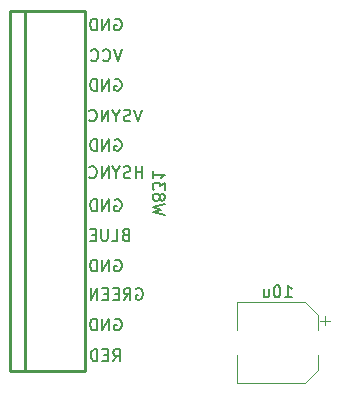
<source format=gbr>
%TF.GenerationSoftware,KiCad,Pcbnew,8.0.0*%
%TF.CreationDate,2025-10-24T15:06:22+03:00*%
%TF.ProjectId,Loewe VGA,4c6f6577-6520-4564-9741-2e6b69636164,rev?*%
%TF.SameCoordinates,Original*%
%TF.FileFunction,Legend,Bot*%
%TF.FilePolarity,Positive*%
%FSLAX46Y46*%
G04 Gerber Fmt 4.6, Leading zero omitted, Abs format (unit mm)*
G04 Created by KiCad (PCBNEW 8.0.0) date 2025-10-24 15:06:22*
%MOMM*%
%LPD*%
G01*
G04 APERTURE LIST*
%ADD10C,0.150000*%
%ADD11C,0.254000*%
%ADD12C,0.120000*%
G04 APERTURE END LIST*
D10*
X132539411Y-113417438D02*
X132634649Y-113369819D01*
X132634649Y-113369819D02*
X132777506Y-113369819D01*
X132777506Y-113369819D02*
X132920363Y-113417438D01*
X132920363Y-113417438D02*
X133015601Y-113512676D01*
X133015601Y-113512676D02*
X133063220Y-113607914D01*
X133063220Y-113607914D02*
X133110839Y-113798390D01*
X133110839Y-113798390D02*
X133110839Y-113941247D01*
X133110839Y-113941247D02*
X133063220Y-114131723D01*
X133063220Y-114131723D02*
X133015601Y-114226961D01*
X133015601Y-114226961D02*
X132920363Y-114322200D01*
X132920363Y-114322200D02*
X132777506Y-114369819D01*
X132777506Y-114369819D02*
X132682268Y-114369819D01*
X132682268Y-114369819D02*
X132539411Y-114322200D01*
X132539411Y-114322200D02*
X132491792Y-114274580D01*
X132491792Y-114274580D02*
X132491792Y-113941247D01*
X132491792Y-113941247D02*
X132682268Y-113941247D01*
X131491792Y-114369819D02*
X131825125Y-113893628D01*
X132063220Y-114369819D02*
X132063220Y-113369819D01*
X132063220Y-113369819D02*
X131682268Y-113369819D01*
X131682268Y-113369819D02*
X131587030Y-113417438D01*
X131587030Y-113417438D02*
X131539411Y-113465057D01*
X131539411Y-113465057D02*
X131491792Y-113560295D01*
X131491792Y-113560295D02*
X131491792Y-113703152D01*
X131491792Y-113703152D02*
X131539411Y-113798390D01*
X131539411Y-113798390D02*
X131587030Y-113846009D01*
X131587030Y-113846009D02*
X131682268Y-113893628D01*
X131682268Y-113893628D02*
X132063220Y-113893628D01*
X131063220Y-113846009D02*
X130729887Y-113846009D01*
X130587030Y-114369819D02*
X131063220Y-114369819D01*
X131063220Y-114369819D02*
X131063220Y-113369819D01*
X131063220Y-113369819D02*
X130587030Y-113369819D01*
X130158458Y-113846009D02*
X129825125Y-113846009D01*
X129682268Y-114369819D02*
X130158458Y-114369819D01*
X130158458Y-114369819D02*
X130158458Y-113369819D01*
X130158458Y-113369819D02*
X129682268Y-113369819D01*
X129253696Y-114369819D02*
X129253696Y-113369819D01*
X129253696Y-113369819D02*
X128682268Y-114369819D01*
X128682268Y-114369819D02*
X128682268Y-113369819D01*
X130739411Y-105917438D02*
X130834649Y-105869819D01*
X130834649Y-105869819D02*
X130977506Y-105869819D01*
X130977506Y-105869819D02*
X131120363Y-105917438D01*
X131120363Y-105917438D02*
X131215601Y-106012676D01*
X131215601Y-106012676D02*
X131263220Y-106107914D01*
X131263220Y-106107914D02*
X131310839Y-106298390D01*
X131310839Y-106298390D02*
X131310839Y-106441247D01*
X131310839Y-106441247D02*
X131263220Y-106631723D01*
X131263220Y-106631723D02*
X131215601Y-106726961D01*
X131215601Y-106726961D02*
X131120363Y-106822200D01*
X131120363Y-106822200D02*
X130977506Y-106869819D01*
X130977506Y-106869819D02*
X130882268Y-106869819D01*
X130882268Y-106869819D02*
X130739411Y-106822200D01*
X130739411Y-106822200D02*
X130691792Y-106774580D01*
X130691792Y-106774580D02*
X130691792Y-106441247D01*
X130691792Y-106441247D02*
X130882268Y-106441247D01*
X130263220Y-106869819D02*
X130263220Y-105869819D01*
X130263220Y-105869819D02*
X129691792Y-106869819D01*
X129691792Y-106869819D02*
X129691792Y-105869819D01*
X129215601Y-106869819D02*
X129215601Y-105869819D01*
X129215601Y-105869819D02*
X128977506Y-105869819D01*
X128977506Y-105869819D02*
X128834649Y-105917438D01*
X128834649Y-105917438D02*
X128739411Y-106012676D01*
X128739411Y-106012676D02*
X128691792Y-106107914D01*
X128691792Y-106107914D02*
X128644173Y-106298390D01*
X128644173Y-106298390D02*
X128644173Y-106441247D01*
X128644173Y-106441247D02*
X128691792Y-106631723D01*
X128691792Y-106631723D02*
X128739411Y-106726961D01*
X128739411Y-106726961D02*
X128834649Y-106822200D01*
X128834649Y-106822200D02*
X128977506Y-106869819D01*
X128977506Y-106869819D02*
X129215601Y-106869819D01*
X130591792Y-119569819D02*
X130925125Y-119093628D01*
X131163220Y-119569819D02*
X131163220Y-118569819D01*
X131163220Y-118569819D02*
X130782268Y-118569819D01*
X130782268Y-118569819D02*
X130687030Y-118617438D01*
X130687030Y-118617438D02*
X130639411Y-118665057D01*
X130639411Y-118665057D02*
X130591792Y-118760295D01*
X130591792Y-118760295D02*
X130591792Y-118903152D01*
X130591792Y-118903152D02*
X130639411Y-118998390D01*
X130639411Y-118998390D02*
X130687030Y-119046009D01*
X130687030Y-119046009D02*
X130782268Y-119093628D01*
X130782268Y-119093628D02*
X131163220Y-119093628D01*
X130163220Y-119046009D02*
X129829887Y-119046009D01*
X129687030Y-119569819D02*
X130163220Y-119569819D01*
X130163220Y-119569819D02*
X130163220Y-118569819D01*
X130163220Y-118569819D02*
X129687030Y-118569819D01*
X129258458Y-119569819D02*
X129258458Y-118569819D01*
X129258458Y-118569819D02*
X129020363Y-118569819D01*
X129020363Y-118569819D02*
X128877506Y-118617438D01*
X128877506Y-118617438D02*
X128782268Y-118712676D01*
X128782268Y-118712676D02*
X128734649Y-118807914D01*
X128734649Y-118807914D02*
X128687030Y-118998390D01*
X128687030Y-118998390D02*
X128687030Y-119141247D01*
X128687030Y-119141247D02*
X128734649Y-119331723D01*
X128734649Y-119331723D02*
X128782268Y-119426961D01*
X128782268Y-119426961D02*
X128877506Y-119522200D01*
X128877506Y-119522200D02*
X129020363Y-119569819D01*
X129020363Y-119569819D02*
X129258458Y-119569819D01*
X130739411Y-100817438D02*
X130834649Y-100769819D01*
X130834649Y-100769819D02*
X130977506Y-100769819D01*
X130977506Y-100769819D02*
X131120363Y-100817438D01*
X131120363Y-100817438D02*
X131215601Y-100912676D01*
X131215601Y-100912676D02*
X131263220Y-101007914D01*
X131263220Y-101007914D02*
X131310839Y-101198390D01*
X131310839Y-101198390D02*
X131310839Y-101341247D01*
X131310839Y-101341247D02*
X131263220Y-101531723D01*
X131263220Y-101531723D02*
X131215601Y-101626961D01*
X131215601Y-101626961D02*
X131120363Y-101722200D01*
X131120363Y-101722200D02*
X130977506Y-101769819D01*
X130977506Y-101769819D02*
X130882268Y-101769819D01*
X130882268Y-101769819D02*
X130739411Y-101722200D01*
X130739411Y-101722200D02*
X130691792Y-101674580D01*
X130691792Y-101674580D02*
X130691792Y-101341247D01*
X130691792Y-101341247D02*
X130882268Y-101341247D01*
X130263220Y-101769819D02*
X130263220Y-100769819D01*
X130263220Y-100769819D02*
X129691792Y-101769819D01*
X129691792Y-101769819D02*
X129691792Y-100769819D01*
X129215601Y-101769819D02*
X129215601Y-100769819D01*
X129215601Y-100769819D02*
X128977506Y-100769819D01*
X128977506Y-100769819D02*
X128834649Y-100817438D01*
X128834649Y-100817438D02*
X128739411Y-100912676D01*
X128739411Y-100912676D02*
X128691792Y-101007914D01*
X128691792Y-101007914D02*
X128644173Y-101198390D01*
X128644173Y-101198390D02*
X128644173Y-101341247D01*
X128644173Y-101341247D02*
X128691792Y-101531723D01*
X128691792Y-101531723D02*
X128739411Y-101626961D01*
X128739411Y-101626961D02*
X128834649Y-101722200D01*
X128834649Y-101722200D02*
X128977506Y-101769819D01*
X128977506Y-101769819D02*
X129215601Y-101769819D01*
X131306077Y-93169819D02*
X130972744Y-94169819D01*
X130972744Y-94169819D02*
X130639411Y-93169819D01*
X129734649Y-94074580D02*
X129782268Y-94122200D01*
X129782268Y-94122200D02*
X129925125Y-94169819D01*
X129925125Y-94169819D02*
X130020363Y-94169819D01*
X130020363Y-94169819D02*
X130163220Y-94122200D01*
X130163220Y-94122200D02*
X130258458Y-94026961D01*
X130258458Y-94026961D02*
X130306077Y-93931723D01*
X130306077Y-93931723D02*
X130353696Y-93741247D01*
X130353696Y-93741247D02*
X130353696Y-93598390D01*
X130353696Y-93598390D02*
X130306077Y-93407914D01*
X130306077Y-93407914D02*
X130258458Y-93312676D01*
X130258458Y-93312676D02*
X130163220Y-93217438D01*
X130163220Y-93217438D02*
X130020363Y-93169819D01*
X130020363Y-93169819D02*
X129925125Y-93169819D01*
X129925125Y-93169819D02*
X129782268Y-93217438D01*
X129782268Y-93217438D02*
X129734649Y-93265057D01*
X128734649Y-94074580D02*
X128782268Y-94122200D01*
X128782268Y-94122200D02*
X128925125Y-94169819D01*
X128925125Y-94169819D02*
X129020363Y-94169819D01*
X129020363Y-94169819D02*
X129163220Y-94122200D01*
X129163220Y-94122200D02*
X129258458Y-94026961D01*
X129258458Y-94026961D02*
X129306077Y-93931723D01*
X129306077Y-93931723D02*
X129353696Y-93741247D01*
X129353696Y-93741247D02*
X129353696Y-93598390D01*
X129353696Y-93598390D02*
X129306077Y-93407914D01*
X129306077Y-93407914D02*
X129258458Y-93312676D01*
X129258458Y-93312676D02*
X129163220Y-93217438D01*
X129163220Y-93217438D02*
X129020363Y-93169819D01*
X129020363Y-93169819D02*
X128925125Y-93169819D01*
X128925125Y-93169819D02*
X128782268Y-93217438D01*
X128782268Y-93217438D02*
X128734649Y-93265057D01*
X130739411Y-95717438D02*
X130834649Y-95669819D01*
X130834649Y-95669819D02*
X130977506Y-95669819D01*
X130977506Y-95669819D02*
X131120363Y-95717438D01*
X131120363Y-95717438D02*
X131215601Y-95812676D01*
X131215601Y-95812676D02*
X131263220Y-95907914D01*
X131263220Y-95907914D02*
X131310839Y-96098390D01*
X131310839Y-96098390D02*
X131310839Y-96241247D01*
X131310839Y-96241247D02*
X131263220Y-96431723D01*
X131263220Y-96431723D02*
X131215601Y-96526961D01*
X131215601Y-96526961D02*
X131120363Y-96622200D01*
X131120363Y-96622200D02*
X130977506Y-96669819D01*
X130977506Y-96669819D02*
X130882268Y-96669819D01*
X130882268Y-96669819D02*
X130739411Y-96622200D01*
X130739411Y-96622200D02*
X130691792Y-96574580D01*
X130691792Y-96574580D02*
X130691792Y-96241247D01*
X130691792Y-96241247D02*
X130882268Y-96241247D01*
X130263220Y-96669819D02*
X130263220Y-95669819D01*
X130263220Y-95669819D02*
X129691792Y-96669819D01*
X129691792Y-96669819D02*
X129691792Y-95669819D01*
X129215601Y-96669819D02*
X129215601Y-95669819D01*
X129215601Y-95669819D02*
X128977506Y-95669819D01*
X128977506Y-95669819D02*
X128834649Y-95717438D01*
X128834649Y-95717438D02*
X128739411Y-95812676D01*
X128739411Y-95812676D02*
X128691792Y-95907914D01*
X128691792Y-95907914D02*
X128644173Y-96098390D01*
X128644173Y-96098390D02*
X128644173Y-96241247D01*
X128644173Y-96241247D02*
X128691792Y-96431723D01*
X128691792Y-96431723D02*
X128739411Y-96526961D01*
X128739411Y-96526961D02*
X128834649Y-96622200D01*
X128834649Y-96622200D02*
X128977506Y-96669819D01*
X128977506Y-96669819D02*
X129215601Y-96669819D01*
X130739411Y-90617438D02*
X130834649Y-90569819D01*
X130834649Y-90569819D02*
X130977506Y-90569819D01*
X130977506Y-90569819D02*
X131120363Y-90617438D01*
X131120363Y-90617438D02*
X131215601Y-90712676D01*
X131215601Y-90712676D02*
X131263220Y-90807914D01*
X131263220Y-90807914D02*
X131310839Y-90998390D01*
X131310839Y-90998390D02*
X131310839Y-91141247D01*
X131310839Y-91141247D02*
X131263220Y-91331723D01*
X131263220Y-91331723D02*
X131215601Y-91426961D01*
X131215601Y-91426961D02*
X131120363Y-91522200D01*
X131120363Y-91522200D02*
X130977506Y-91569819D01*
X130977506Y-91569819D02*
X130882268Y-91569819D01*
X130882268Y-91569819D02*
X130739411Y-91522200D01*
X130739411Y-91522200D02*
X130691792Y-91474580D01*
X130691792Y-91474580D02*
X130691792Y-91141247D01*
X130691792Y-91141247D02*
X130882268Y-91141247D01*
X130263220Y-91569819D02*
X130263220Y-90569819D01*
X130263220Y-90569819D02*
X129691792Y-91569819D01*
X129691792Y-91569819D02*
X129691792Y-90569819D01*
X129215601Y-91569819D02*
X129215601Y-90569819D01*
X129215601Y-90569819D02*
X128977506Y-90569819D01*
X128977506Y-90569819D02*
X128834649Y-90617438D01*
X128834649Y-90617438D02*
X128739411Y-90712676D01*
X128739411Y-90712676D02*
X128691792Y-90807914D01*
X128691792Y-90807914D02*
X128644173Y-90998390D01*
X128644173Y-90998390D02*
X128644173Y-91141247D01*
X128644173Y-91141247D02*
X128691792Y-91331723D01*
X128691792Y-91331723D02*
X128739411Y-91426961D01*
X128739411Y-91426961D02*
X128834649Y-91522200D01*
X128834649Y-91522200D02*
X128977506Y-91569819D01*
X128977506Y-91569819D02*
X129215601Y-91569819D01*
X133063220Y-104069819D02*
X133063220Y-103069819D01*
X133063220Y-103546009D02*
X132491792Y-103546009D01*
X132491792Y-104069819D02*
X132491792Y-103069819D01*
X132063220Y-104022200D02*
X131920363Y-104069819D01*
X131920363Y-104069819D02*
X131682268Y-104069819D01*
X131682268Y-104069819D02*
X131587030Y-104022200D01*
X131587030Y-104022200D02*
X131539411Y-103974580D01*
X131539411Y-103974580D02*
X131491792Y-103879342D01*
X131491792Y-103879342D02*
X131491792Y-103784104D01*
X131491792Y-103784104D02*
X131539411Y-103688866D01*
X131539411Y-103688866D02*
X131587030Y-103641247D01*
X131587030Y-103641247D02*
X131682268Y-103593628D01*
X131682268Y-103593628D02*
X131872744Y-103546009D01*
X131872744Y-103546009D02*
X131967982Y-103498390D01*
X131967982Y-103498390D02*
X132015601Y-103450771D01*
X132015601Y-103450771D02*
X132063220Y-103355533D01*
X132063220Y-103355533D02*
X132063220Y-103260295D01*
X132063220Y-103260295D02*
X132015601Y-103165057D01*
X132015601Y-103165057D02*
X131967982Y-103117438D01*
X131967982Y-103117438D02*
X131872744Y-103069819D01*
X131872744Y-103069819D02*
X131634649Y-103069819D01*
X131634649Y-103069819D02*
X131491792Y-103117438D01*
X130872744Y-103593628D02*
X130872744Y-104069819D01*
X131206077Y-103069819D02*
X130872744Y-103593628D01*
X130872744Y-103593628D02*
X130539411Y-103069819D01*
X130206077Y-104069819D02*
X130206077Y-103069819D01*
X130206077Y-103069819D02*
X129634649Y-104069819D01*
X129634649Y-104069819D02*
X129634649Y-103069819D01*
X128587030Y-103974580D02*
X128634649Y-104022200D01*
X128634649Y-104022200D02*
X128777506Y-104069819D01*
X128777506Y-104069819D02*
X128872744Y-104069819D01*
X128872744Y-104069819D02*
X129015601Y-104022200D01*
X129015601Y-104022200D02*
X129110839Y-103926961D01*
X129110839Y-103926961D02*
X129158458Y-103831723D01*
X129158458Y-103831723D02*
X129206077Y-103641247D01*
X129206077Y-103641247D02*
X129206077Y-103498390D01*
X129206077Y-103498390D02*
X129158458Y-103307914D01*
X129158458Y-103307914D02*
X129110839Y-103212676D01*
X129110839Y-103212676D02*
X129015601Y-103117438D01*
X129015601Y-103117438D02*
X128872744Y-103069819D01*
X128872744Y-103069819D02*
X128777506Y-103069819D01*
X128777506Y-103069819D02*
X128634649Y-103117438D01*
X128634649Y-103117438D02*
X128587030Y-103165057D01*
X130739411Y-116017438D02*
X130834649Y-115969819D01*
X130834649Y-115969819D02*
X130977506Y-115969819D01*
X130977506Y-115969819D02*
X131120363Y-116017438D01*
X131120363Y-116017438D02*
X131215601Y-116112676D01*
X131215601Y-116112676D02*
X131263220Y-116207914D01*
X131263220Y-116207914D02*
X131310839Y-116398390D01*
X131310839Y-116398390D02*
X131310839Y-116541247D01*
X131310839Y-116541247D02*
X131263220Y-116731723D01*
X131263220Y-116731723D02*
X131215601Y-116826961D01*
X131215601Y-116826961D02*
X131120363Y-116922200D01*
X131120363Y-116922200D02*
X130977506Y-116969819D01*
X130977506Y-116969819D02*
X130882268Y-116969819D01*
X130882268Y-116969819D02*
X130739411Y-116922200D01*
X130739411Y-116922200D02*
X130691792Y-116874580D01*
X130691792Y-116874580D02*
X130691792Y-116541247D01*
X130691792Y-116541247D02*
X130882268Y-116541247D01*
X130263220Y-116969819D02*
X130263220Y-115969819D01*
X130263220Y-115969819D02*
X129691792Y-116969819D01*
X129691792Y-116969819D02*
X129691792Y-115969819D01*
X129215601Y-116969819D02*
X129215601Y-115969819D01*
X129215601Y-115969819D02*
X128977506Y-115969819D01*
X128977506Y-115969819D02*
X128834649Y-116017438D01*
X128834649Y-116017438D02*
X128739411Y-116112676D01*
X128739411Y-116112676D02*
X128691792Y-116207914D01*
X128691792Y-116207914D02*
X128644173Y-116398390D01*
X128644173Y-116398390D02*
X128644173Y-116541247D01*
X128644173Y-116541247D02*
X128691792Y-116731723D01*
X128691792Y-116731723D02*
X128739411Y-116826961D01*
X128739411Y-116826961D02*
X128834649Y-116922200D01*
X128834649Y-116922200D02*
X128977506Y-116969819D01*
X128977506Y-116969819D02*
X129215601Y-116969819D01*
X130739411Y-111017438D02*
X130834649Y-110969819D01*
X130834649Y-110969819D02*
X130977506Y-110969819D01*
X130977506Y-110969819D02*
X131120363Y-111017438D01*
X131120363Y-111017438D02*
X131215601Y-111112676D01*
X131215601Y-111112676D02*
X131263220Y-111207914D01*
X131263220Y-111207914D02*
X131310839Y-111398390D01*
X131310839Y-111398390D02*
X131310839Y-111541247D01*
X131310839Y-111541247D02*
X131263220Y-111731723D01*
X131263220Y-111731723D02*
X131215601Y-111826961D01*
X131215601Y-111826961D02*
X131120363Y-111922200D01*
X131120363Y-111922200D02*
X130977506Y-111969819D01*
X130977506Y-111969819D02*
X130882268Y-111969819D01*
X130882268Y-111969819D02*
X130739411Y-111922200D01*
X130739411Y-111922200D02*
X130691792Y-111874580D01*
X130691792Y-111874580D02*
X130691792Y-111541247D01*
X130691792Y-111541247D02*
X130882268Y-111541247D01*
X130263220Y-111969819D02*
X130263220Y-110969819D01*
X130263220Y-110969819D02*
X129691792Y-111969819D01*
X129691792Y-111969819D02*
X129691792Y-110969819D01*
X129215601Y-111969819D02*
X129215601Y-110969819D01*
X129215601Y-110969819D02*
X128977506Y-110969819D01*
X128977506Y-110969819D02*
X128834649Y-111017438D01*
X128834649Y-111017438D02*
X128739411Y-111112676D01*
X128739411Y-111112676D02*
X128691792Y-111207914D01*
X128691792Y-111207914D02*
X128644173Y-111398390D01*
X128644173Y-111398390D02*
X128644173Y-111541247D01*
X128644173Y-111541247D02*
X128691792Y-111731723D01*
X128691792Y-111731723D02*
X128739411Y-111826961D01*
X128739411Y-111826961D02*
X128834649Y-111922200D01*
X128834649Y-111922200D02*
X128977506Y-111969819D01*
X128977506Y-111969819D02*
X129215601Y-111969819D01*
X133006077Y-98269819D02*
X132672744Y-99269819D01*
X132672744Y-99269819D02*
X132339411Y-98269819D01*
X132053696Y-99222200D02*
X131910839Y-99269819D01*
X131910839Y-99269819D02*
X131672744Y-99269819D01*
X131672744Y-99269819D02*
X131577506Y-99222200D01*
X131577506Y-99222200D02*
X131529887Y-99174580D01*
X131529887Y-99174580D02*
X131482268Y-99079342D01*
X131482268Y-99079342D02*
X131482268Y-98984104D01*
X131482268Y-98984104D02*
X131529887Y-98888866D01*
X131529887Y-98888866D02*
X131577506Y-98841247D01*
X131577506Y-98841247D02*
X131672744Y-98793628D01*
X131672744Y-98793628D02*
X131863220Y-98746009D01*
X131863220Y-98746009D02*
X131958458Y-98698390D01*
X131958458Y-98698390D02*
X132006077Y-98650771D01*
X132006077Y-98650771D02*
X132053696Y-98555533D01*
X132053696Y-98555533D02*
X132053696Y-98460295D01*
X132053696Y-98460295D02*
X132006077Y-98365057D01*
X132006077Y-98365057D02*
X131958458Y-98317438D01*
X131958458Y-98317438D02*
X131863220Y-98269819D01*
X131863220Y-98269819D02*
X131625125Y-98269819D01*
X131625125Y-98269819D02*
X131482268Y-98317438D01*
X130863220Y-98793628D02*
X130863220Y-99269819D01*
X131196553Y-98269819D02*
X130863220Y-98793628D01*
X130863220Y-98793628D02*
X130529887Y-98269819D01*
X130196553Y-99269819D02*
X130196553Y-98269819D01*
X130196553Y-98269819D02*
X129625125Y-99269819D01*
X129625125Y-99269819D02*
X129625125Y-98269819D01*
X128577506Y-99174580D02*
X128625125Y-99222200D01*
X128625125Y-99222200D02*
X128767982Y-99269819D01*
X128767982Y-99269819D02*
X128863220Y-99269819D01*
X128863220Y-99269819D02*
X129006077Y-99222200D01*
X129006077Y-99222200D02*
X129101315Y-99126961D01*
X129101315Y-99126961D02*
X129148934Y-99031723D01*
X129148934Y-99031723D02*
X129196553Y-98841247D01*
X129196553Y-98841247D02*
X129196553Y-98698390D01*
X129196553Y-98698390D02*
X129148934Y-98507914D01*
X129148934Y-98507914D02*
X129101315Y-98412676D01*
X129101315Y-98412676D02*
X129006077Y-98317438D01*
X129006077Y-98317438D02*
X128863220Y-98269819D01*
X128863220Y-98269819D02*
X128767982Y-98269819D01*
X128767982Y-98269819D02*
X128625125Y-98317438D01*
X128625125Y-98317438D02*
X128577506Y-98365057D01*
X131629887Y-108846009D02*
X131487030Y-108893628D01*
X131487030Y-108893628D02*
X131439411Y-108941247D01*
X131439411Y-108941247D02*
X131391792Y-109036485D01*
X131391792Y-109036485D02*
X131391792Y-109179342D01*
X131391792Y-109179342D02*
X131439411Y-109274580D01*
X131439411Y-109274580D02*
X131487030Y-109322200D01*
X131487030Y-109322200D02*
X131582268Y-109369819D01*
X131582268Y-109369819D02*
X131963220Y-109369819D01*
X131963220Y-109369819D02*
X131963220Y-108369819D01*
X131963220Y-108369819D02*
X131629887Y-108369819D01*
X131629887Y-108369819D02*
X131534649Y-108417438D01*
X131534649Y-108417438D02*
X131487030Y-108465057D01*
X131487030Y-108465057D02*
X131439411Y-108560295D01*
X131439411Y-108560295D02*
X131439411Y-108655533D01*
X131439411Y-108655533D02*
X131487030Y-108750771D01*
X131487030Y-108750771D02*
X131534649Y-108798390D01*
X131534649Y-108798390D02*
X131629887Y-108846009D01*
X131629887Y-108846009D02*
X131963220Y-108846009D01*
X130487030Y-109369819D02*
X130963220Y-109369819D01*
X130963220Y-109369819D02*
X130963220Y-108369819D01*
X130153696Y-108369819D02*
X130153696Y-109179342D01*
X130153696Y-109179342D02*
X130106077Y-109274580D01*
X130106077Y-109274580D02*
X130058458Y-109322200D01*
X130058458Y-109322200D02*
X129963220Y-109369819D01*
X129963220Y-109369819D02*
X129772744Y-109369819D01*
X129772744Y-109369819D02*
X129677506Y-109322200D01*
X129677506Y-109322200D02*
X129629887Y-109274580D01*
X129629887Y-109274580D02*
X129582268Y-109179342D01*
X129582268Y-109179342D02*
X129582268Y-108369819D01*
X129106077Y-108846009D02*
X128772744Y-108846009D01*
X128629887Y-109369819D02*
X129106077Y-109369819D01*
X129106077Y-109369819D02*
X129106077Y-108369819D01*
X129106077Y-108369819D02*
X128629887Y-108369819D01*
X134960180Y-107155826D02*
X133960180Y-106917731D01*
X133960180Y-106917731D02*
X134674466Y-106727255D01*
X134674466Y-106727255D02*
X133960180Y-106536779D01*
X133960180Y-106536779D02*
X134960180Y-106298684D01*
X134531609Y-105774874D02*
X134579228Y-105870112D01*
X134579228Y-105870112D02*
X134626847Y-105917731D01*
X134626847Y-105917731D02*
X134722085Y-105965350D01*
X134722085Y-105965350D02*
X134769704Y-105965350D01*
X134769704Y-105965350D02*
X134864942Y-105917731D01*
X134864942Y-105917731D02*
X134912561Y-105870112D01*
X134912561Y-105870112D02*
X134960180Y-105774874D01*
X134960180Y-105774874D02*
X134960180Y-105584398D01*
X134960180Y-105584398D02*
X134912561Y-105489160D01*
X134912561Y-105489160D02*
X134864942Y-105441541D01*
X134864942Y-105441541D02*
X134769704Y-105393922D01*
X134769704Y-105393922D02*
X134722085Y-105393922D01*
X134722085Y-105393922D02*
X134626847Y-105441541D01*
X134626847Y-105441541D02*
X134579228Y-105489160D01*
X134579228Y-105489160D02*
X134531609Y-105584398D01*
X134531609Y-105584398D02*
X134531609Y-105774874D01*
X134531609Y-105774874D02*
X134483990Y-105870112D01*
X134483990Y-105870112D02*
X134436371Y-105917731D01*
X134436371Y-105917731D02*
X134341133Y-105965350D01*
X134341133Y-105965350D02*
X134150657Y-105965350D01*
X134150657Y-105965350D02*
X134055419Y-105917731D01*
X134055419Y-105917731D02*
X134007800Y-105870112D01*
X134007800Y-105870112D02*
X133960180Y-105774874D01*
X133960180Y-105774874D02*
X133960180Y-105584398D01*
X133960180Y-105584398D02*
X134007800Y-105489160D01*
X134007800Y-105489160D02*
X134055419Y-105441541D01*
X134055419Y-105441541D02*
X134150657Y-105393922D01*
X134150657Y-105393922D02*
X134341133Y-105393922D01*
X134341133Y-105393922D02*
X134436371Y-105441541D01*
X134436371Y-105441541D02*
X134483990Y-105489160D01*
X134483990Y-105489160D02*
X134531609Y-105584398D01*
X134960180Y-105060588D02*
X134960180Y-104441541D01*
X134960180Y-104441541D02*
X134579228Y-104774874D01*
X134579228Y-104774874D02*
X134579228Y-104632017D01*
X134579228Y-104632017D02*
X134531609Y-104536779D01*
X134531609Y-104536779D02*
X134483990Y-104489160D01*
X134483990Y-104489160D02*
X134388752Y-104441541D01*
X134388752Y-104441541D02*
X134150657Y-104441541D01*
X134150657Y-104441541D02*
X134055419Y-104489160D01*
X134055419Y-104489160D02*
X134007800Y-104536779D01*
X134007800Y-104536779D02*
X133960180Y-104632017D01*
X133960180Y-104632017D02*
X133960180Y-104917731D01*
X133960180Y-104917731D02*
X134007800Y-105012969D01*
X134007800Y-105012969D02*
X134055419Y-105060588D01*
X133960180Y-103489160D02*
X133960180Y-104060588D01*
X133960180Y-103774874D02*
X134960180Y-103774874D01*
X134960180Y-103774874D02*
X134817323Y-103870112D01*
X134817323Y-103870112D02*
X134722085Y-103965350D01*
X134722085Y-103965350D02*
X134674466Y-104060588D01*
X145142857Y-114154819D02*
X145714285Y-114154819D01*
X145428571Y-114154819D02*
X145428571Y-113154819D01*
X145428571Y-113154819D02*
X145523809Y-113297676D01*
X145523809Y-113297676D02*
X145619047Y-113392914D01*
X145619047Y-113392914D02*
X145714285Y-113440533D01*
X144523809Y-113154819D02*
X144428571Y-113154819D01*
X144428571Y-113154819D02*
X144333333Y-113202438D01*
X144333333Y-113202438D02*
X144285714Y-113250057D01*
X144285714Y-113250057D02*
X144238095Y-113345295D01*
X144238095Y-113345295D02*
X144190476Y-113535771D01*
X144190476Y-113535771D02*
X144190476Y-113773866D01*
X144190476Y-113773866D02*
X144238095Y-113964342D01*
X144238095Y-113964342D02*
X144285714Y-114059580D01*
X144285714Y-114059580D02*
X144333333Y-114107200D01*
X144333333Y-114107200D02*
X144428571Y-114154819D01*
X144428571Y-114154819D02*
X144523809Y-114154819D01*
X144523809Y-114154819D02*
X144619047Y-114107200D01*
X144619047Y-114107200D02*
X144666666Y-114059580D01*
X144666666Y-114059580D02*
X144714285Y-113964342D01*
X144714285Y-113964342D02*
X144761904Y-113773866D01*
X144761904Y-113773866D02*
X144761904Y-113535771D01*
X144761904Y-113535771D02*
X144714285Y-113345295D01*
X144714285Y-113345295D02*
X144666666Y-113250057D01*
X144666666Y-113250057D02*
X144619047Y-113202438D01*
X144619047Y-113202438D02*
X144523809Y-113154819D01*
X143333333Y-113488152D02*
X143333333Y-114154819D01*
X143761904Y-113488152D02*
X143761904Y-114011961D01*
X143761904Y-114011961D02*
X143714285Y-114107200D01*
X143714285Y-114107200D02*
X143619047Y-114154819D01*
X143619047Y-114154819D02*
X143476190Y-114154819D01*
X143476190Y-114154819D02*
X143380952Y-114107200D01*
X143380952Y-114107200D02*
X143333333Y-114059580D01*
D11*
%TO.C,W831*%
X121826100Y-89888600D02*
X123731100Y-89888600D01*
X121826100Y-120368600D02*
X121826100Y-89888600D01*
X123101100Y-120368600D02*
X123101100Y-89888600D01*
X123731100Y-89888600D02*
X128176100Y-89888600D01*
X123731100Y-120368600D02*
X121826100Y-120368600D01*
X128176100Y-89888600D02*
X128176100Y-120368600D01*
X128176100Y-120368600D02*
X123731100Y-120368600D01*
D12*
%TO.C,C816*%
X141090000Y-114590000D02*
X146845563Y-114590000D01*
X141090000Y-116940000D02*
X141090000Y-114590000D01*
X141090000Y-119060000D02*
X141090000Y-121410000D01*
X141090000Y-121410000D02*
X146845563Y-121410000D01*
X146845563Y-114590000D02*
X147910000Y-115654437D01*
X146845563Y-121410000D02*
X147910000Y-120345563D01*
X147910000Y-116940000D02*
X147910000Y-115654437D01*
X147910000Y-119060000D02*
X147910000Y-120345563D01*
X148150000Y-116152500D02*
X148937500Y-116152500D01*
X148543750Y-116546250D02*
X148543750Y-115758750D01*
%TD*%
M02*

</source>
